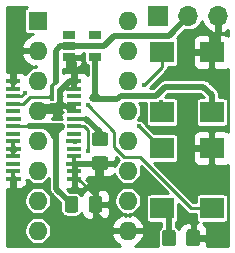
<source format=gbr>
G04 #@! TF.GenerationSoftware,KiCad,Pcbnew,(5.1.5)-3*
G04 #@! TF.CreationDate,2020-06-21T14:40:10-04:00*
G04 #@! TF.ProjectId,8701Duo,38373031-4475-46f2-9e6b-696361645f70,rev?*
G04 #@! TF.SameCoordinates,Original*
G04 #@! TF.FileFunction,Copper,L1,Top*
G04 #@! TF.FilePolarity,Positive*
%FSLAX46Y46*%
G04 Gerber Fmt 4.6, Leading zero omitted, Abs format (unit mm)*
G04 Created by KiCad (PCBNEW (5.1.5)-3) date 2020-06-21 14:40:10*
%MOMM*%
%LPD*%
G04 APERTURE LIST*
%ADD10C,0.100000*%
%ADD11R,1.700000X1.700000*%
%ADD12O,1.700000X1.700000*%
%ADD13R,1.200000X0.400000*%
%ADD14R,1.600000X1.600000*%
%ADD15O,1.600000X1.600000*%
%ADD16R,2.000000X1.800000*%
%ADD17R,1.060000X0.650000*%
%ADD18C,0.400000*%
%ADD19C,0.350000*%
%ADD20C,0.539000*%
%ADD21C,0.275000*%
%ADD22C,0.250000*%
%ADD23C,0.239000*%
G04 APERTURE END LIST*
G04 #@! TA.AperFunction,SMDPad,CuDef*
D10*
G36*
X87025005Y-72460204D02*
G01*
X87049273Y-72463804D01*
X87073072Y-72469765D01*
X87096171Y-72478030D01*
X87118350Y-72488520D01*
X87139393Y-72501132D01*
X87159099Y-72515747D01*
X87177277Y-72532223D01*
X87193753Y-72550401D01*
X87208368Y-72570107D01*
X87220980Y-72591150D01*
X87231470Y-72613329D01*
X87239735Y-72636428D01*
X87245696Y-72660227D01*
X87249296Y-72684495D01*
X87250500Y-72708999D01*
X87250500Y-73359001D01*
X87249296Y-73383505D01*
X87245696Y-73407773D01*
X87239735Y-73431572D01*
X87231470Y-73454671D01*
X87220980Y-73476850D01*
X87208368Y-73497893D01*
X87193753Y-73517599D01*
X87177277Y-73535777D01*
X87159099Y-73552253D01*
X87139393Y-73566868D01*
X87118350Y-73579480D01*
X87096171Y-73589970D01*
X87073072Y-73598235D01*
X87049273Y-73604196D01*
X87025005Y-73607796D01*
X87000501Y-73609000D01*
X86100499Y-73609000D01*
X86075995Y-73607796D01*
X86051727Y-73604196D01*
X86027928Y-73598235D01*
X86004829Y-73589970D01*
X85982650Y-73579480D01*
X85961607Y-73566868D01*
X85941901Y-73552253D01*
X85923723Y-73535777D01*
X85907247Y-73517599D01*
X85892632Y-73497893D01*
X85880020Y-73476850D01*
X85869530Y-73454671D01*
X85861265Y-73431572D01*
X85855304Y-73407773D01*
X85851704Y-73383505D01*
X85850500Y-73359001D01*
X85850500Y-72708999D01*
X85851704Y-72684495D01*
X85855304Y-72660227D01*
X85861265Y-72636428D01*
X85869530Y-72613329D01*
X85880020Y-72591150D01*
X85892632Y-72570107D01*
X85907247Y-72550401D01*
X85923723Y-72532223D01*
X85941901Y-72515747D01*
X85961607Y-72501132D01*
X85982650Y-72488520D01*
X86004829Y-72478030D01*
X86027928Y-72469765D01*
X86051727Y-72463804D01*
X86075995Y-72460204D01*
X86100499Y-72459000D01*
X87000501Y-72459000D01*
X87025005Y-72460204D01*
G37*
G04 #@! TD.AperFunction*
G04 #@! TA.AperFunction,SMDPad,CuDef*
G36*
X87025005Y-70410204D02*
G01*
X87049273Y-70413804D01*
X87073072Y-70419765D01*
X87096171Y-70428030D01*
X87118350Y-70438520D01*
X87139393Y-70451132D01*
X87159099Y-70465747D01*
X87177277Y-70482223D01*
X87193753Y-70500401D01*
X87208368Y-70520107D01*
X87220980Y-70541150D01*
X87231470Y-70563329D01*
X87239735Y-70586428D01*
X87245696Y-70610227D01*
X87249296Y-70634495D01*
X87250500Y-70658999D01*
X87250500Y-71309001D01*
X87249296Y-71333505D01*
X87245696Y-71357773D01*
X87239735Y-71381572D01*
X87231470Y-71404671D01*
X87220980Y-71426850D01*
X87208368Y-71447893D01*
X87193753Y-71467599D01*
X87177277Y-71485777D01*
X87159099Y-71502253D01*
X87139393Y-71516868D01*
X87118350Y-71529480D01*
X87096171Y-71539970D01*
X87073072Y-71548235D01*
X87049273Y-71554196D01*
X87025005Y-71557796D01*
X87000501Y-71559000D01*
X86100499Y-71559000D01*
X86075995Y-71557796D01*
X86051727Y-71554196D01*
X86027928Y-71548235D01*
X86004829Y-71539970D01*
X85982650Y-71529480D01*
X85961607Y-71516868D01*
X85941901Y-71502253D01*
X85923723Y-71485777D01*
X85907247Y-71467599D01*
X85892632Y-71447893D01*
X85880020Y-71426850D01*
X85869530Y-71404671D01*
X85861265Y-71381572D01*
X85855304Y-71357773D01*
X85851704Y-71333505D01*
X85850500Y-71309001D01*
X85850500Y-70658999D01*
X85851704Y-70634495D01*
X85855304Y-70610227D01*
X85861265Y-70586428D01*
X85869530Y-70563329D01*
X85880020Y-70541150D01*
X85892632Y-70520107D01*
X85907247Y-70500401D01*
X85923723Y-70482223D01*
X85941901Y-70465747D01*
X85961607Y-70451132D01*
X85982650Y-70438520D01*
X86004829Y-70428030D01*
X86027928Y-70419765D01*
X86051727Y-70413804D01*
X86075995Y-70410204D01*
X86100499Y-70409000D01*
X87000501Y-70409000D01*
X87025005Y-70410204D01*
G37*
G04 #@! TD.AperFunction*
D11*
X91503500Y-60579000D03*
D12*
X94043500Y-60579000D03*
X96583500Y-60579000D03*
D13*
X79188000Y-66103500D03*
X79188000Y-66738500D03*
X79188000Y-67373500D03*
X79188000Y-68008500D03*
X79188000Y-68643500D03*
X79188000Y-69278500D03*
X79188000Y-69913500D03*
X79188000Y-70548500D03*
X79188000Y-71183500D03*
X79188000Y-71818500D03*
X79188000Y-72453500D03*
X79188000Y-73088500D03*
X79188000Y-73723500D03*
X79188000Y-74358500D03*
X84388000Y-74358500D03*
X84388000Y-73723500D03*
X84388000Y-73088500D03*
X84388000Y-72453500D03*
X84388000Y-71818500D03*
X84388000Y-71183500D03*
X84388000Y-70548500D03*
X84388000Y-69913500D03*
X84388000Y-69278500D03*
X84388000Y-68643500D03*
X84388000Y-68008500D03*
X84388000Y-67373500D03*
X84388000Y-66738500D03*
X84388000Y-66103500D03*
D14*
X81280000Y-60960000D03*
D15*
X88900000Y-78740000D03*
X81280000Y-63500000D03*
X88900000Y-76200000D03*
X81280000Y-66040000D03*
X88900000Y-73660000D03*
X81280000Y-68580000D03*
X88900000Y-71120000D03*
X81280000Y-71120000D03*
X88900000Y-68580000D03*
X81280000Y-73660000D03*
X88900000Y-66040000D03*
X81280000Y-76200000D03*
X88900000Y-63500000D03*
X81280000Y-78740000D03*
X88900000Y-60960000D03*
G04 #@! TA.AperFunction,SMDPad,CuDef*
D10*
G36*
X84478005Y-75818704D02*
G01*
X84502273Y-75822304D01*
X84526072Y-75828265D01*
X84549171Y-75836530D01*
X84571350Y-75847020D01*
X84592393Y-75859632D01*
X84612099Y-75874247D01*
X84630277Y-75890723D01*
X84646753Y-75908901D01*
X84661368Y-75928607D01*
X84673980Y-75949650D01*
X84684470Y-75971829D01*
X84692735Y-75994928D01*
X84698696Y-76018727D01*
X84702296Y-76042995D01*
X84703500Y-76067499D01*
X84703500Y-76967501D01*
X84702296Y-76992005D01*
X84698696Y-77016273D01*
X84692735Y-77040072D01*
X84684470Y-77063171D01*
X84673980Y-77085350D01*
X84661368Y-77106393D01*
X84646753Y-77126099D01*
X84630277Y-77144277D01*
X84612099Y-77160753D01*
X84592393Y-77175368D01*
X84571350Y-77187980D01*
X84549171Y-77198470D01*
X84526072Y-77206735D01*
X84502273Y-77212696D01*
X84478005Y-77216296D01*
X84453501Y-77217500D01*
X83803499Y-77217500D01*
X83778995Y-77216296D01*
X83754727Y-77212696D01*
X83730928Y-77206735D01*
X83707829Y-77198470D01*
X83685650Y-77187980D01*
X83664607Y-77175368D01*
X83644901Y-77160753D01*
X83626723Y-77144277D01*
X83610247Y-77126099D01*
X83595632Y-77106393D01*
X83583020Y-77085350D01*
X83572530Y-77063171D01*
X83564265Y-77040072D01*
X83558304Y-77016273D01*
X83554704Y-76992005D01*
X83553500Y-76967501D01*
X83553500Y-76067499D01*
X83554704Y-76042995D01*
X83558304Y-76018727D01*
X83564265Y-75994928D01*
X83572530Y-75971829D01*
X83583020Y-75949650D01*
X83595632Y-75928607D01*
X83610247Y-75908901D01*
X83626723Y-75890723D01*
X83644901Y-75874247D01*
X83664607Y-75859632D01*
X83685650Y-75847020D01*
X83707829Y-75836530D01*
X83730928Y-75828265D01*
X83754727Y-75822304D01*
X83778995Y-75818704D01*
X83803499Y-75817500D01*
X84453501Y-75817500D01*
X84478005Y-75818704D01*
G37*
G04 #@! TD.AperFunction*
G04 #@! TA.AperFunction,SMDPad,CuDef*
G36*
X86528005Y-75818704D02*
G01*
X86552273Y-75822304D01*
X86576072Y-75828265D01*
X86599171Y-75836530D01*
X86621350Y-75847020D01*
X86642393Y-75859632D01*
X86662099Y-75874247D01*
X86680277Y-75890723D01*
X86696753Y-75908901D01*
X86711368Y-75928607D01*
X86723980Y-75949650D01*
X86734470Y-75971829D01*
X86742735Y-75994928D01*
X86748696Y-76018727D01*
X86752296Y-76042995D01*
X86753500Y-76067499D01*
X86753500Y-76967501D01*
X86752296Y-76992005D01*
X86748696Y-77016273D01*
X86742735Y-77040072D01*
X86734470Y-77063171D01*
X86723980Y-77085350D01*
X86711368Y-77106393D01*
X86696753Y-77126099D01*
X86680277Y-77144277D01*
X86662099Y-77160753D01*
X86642393Y-77175368D01*
X86621350Y-77187980D01*
X86599171Y-77198470D01*
X86576072Y-77206735D01*
X86552273Y-77212696D01*
X86528005Y-77216296D01*
X86503501Y-77217500D01*
X85853499Y-77217500D01*
X85828995Y-77216296D01*
X85804727Y-77212696D01*
X85780928Y-77206735D01*
X85757829Y-77198470D01*
X85735650Y-77187980D01*
X85714607Y-77175368D01*
X85694901Y-77160753D01*
X85676723Y-77144277D01*
X85660247Y-77126099D01*
X85645632Y-77106393D01*
X85633020Y-77085350D01*
X85622530Y-77063171D01*
X85614265Y-77040072D01*
X85608304Y-77016273D01*
X85604704Y-76992005D01*
X85603500Y-76967501D01*
X85603500Y-76067499D01*
X85604704Y-76042995D01*
X85608304Y-76018727D01*
X85614265Y-75994928D01*
X85622530Y-75971829D01*
X85633020Y-75949650D01*
X85645632Y-75928607D01*
X85660247Y-75908901D01*
X85676723Y-75890723D01*
X85694901Y-75874247D01*
X85714607Y-75859632D01*
X85735650Y-75847020D01*
X85757829Y-75836530D01*
X85780928Y-75828265D01*
X85804727Y-75822304D01*
X85828995Y-75818704D01*
X85853499Y-75817500D01*
X86503501Y-75817500D01*
X86528005Y-75818704D01*
G37*
G04 #@! TD.AperFunction*
D16*
X91816500Y-76835000D03*
X91816500Y-71755000D03*
X96016500Y-71755000D03*
X96016500Y-76835000D03*
X96016500Y-68707000D03*
X96016500Y-63627000D03*
X91816500Y-63627000D03*
X91816500Y-68707000D03*
G04 #@! TA.AperFunction,SMDPad,CuDef*
D10*
G36*
X94783005Y-78676204D02*
G01*
X94807273Y-78679804D01*
X94831072Y-78685765D01*
X94854171Y-78694030D01*
X94876350Y-78704520D01*
X94897393Y-78717132D01*
X94917099Y-78731747D01*
X94935277Y-78748223D01*
X94951753Y-78766401D01*
X94966368Y-78786107D01*
X94978980Y-78807150D01*
X94989470Y-78829329D01*
X94997735Y-78852428D01*
X95003696Y-78876227D01*
X95007296Y-78900495D01*
X95008500Y-78924999D01*
X95008500Y-79825001D01*
X95007296Y-79849505D01*
X95003696Y-79873773D01*
X94997735Y-79897572D01*
X94989470Y-79920671D01*
X94978980Y-79942850D01*
X94966368Y-79963893D01*
X94951753Y-79983599D01*
X94935277Y-80001777D01*
X94917099Y-80018253D01*
X94897393Y-80032868D01*
X94876350Y-80045480D01*
X94854171Y-80055970D01*
X94831072Y-80064235D01*
X94807273Y-80070196D01*
X94783005Y-80073796D01*
X94758501Y-80075000D01*
X94108499Y-80075000D01*
X94083995Y-80073796D01*
X94059727Y-80070196D01*
X94035928Y-80064235D01*
X94012829Y-80055970D01*
X93990650Y-80045480D01*
X93969607Y-80032868D01*
X93949901Y-80018253D01*
X93931723Y-80001777D01*
X93915247Y-79983599D01*
X93900632Y-79963893D01*
X93888020Y-79942850D01*
X93877530Y-79920671D01*
X93869265Y-79897572D01*
X93863304Y-79873773D01*
X93859704Y-79849505D01*
X93858500Y-79825001D01*
X93858500Y-78924999D01*
X93859704Y-78900495D01*
X93863304Y-78876227D01*
X93869265Y-78852428D01*
X93877530Y-78829329D01*
X93888020Y-78807150D01*
X93900632Y-78786107D01*
X93915247Y-78766401D01*
X93931723Y-78748223D01*
X93949901Y-78731747D01*
X93969607Y-78717132D01*
X93990650Y-78704520D01*
X94012829Y-78694030D01*
X94035928Y-78685765D01*
X94059727Y-78679804D01*
X94083995Y-78676204D01*
X94108499Y-78675000D01*
X94758501Y-78675000D01*
X94783005Y-78676204D01*
G37*
G04 #@! TD.AperFunction*
G04 #@! TA.AperFunction,SMDPad,CuDef*
G36*
X92733005Y-78676204D02*
G01*
X92757273Y-78679804D01*
X92781072Y-78685765D01*
X92804171Y-78694030D01*
X92826350Y-78704520D01*
X92847393Y-78717132D01*
X92867099Y-78731747D01*
X92885277Y-78748223D01*
X92901753Y-78766401D01*
X92916368Y-78786107D01*
X92928980Y-78807150D01*
X92939470Y-78829329D01*
X92947735Y-78852428D01*
X92953696Y-78876227D01*
X92957296Y-78900495D01*
X92958500Y-78924999D01*
X92958500Y-79825001D01*
X92957296Y-79849505D01*
X92953696Y-79873773D01*
X92947735Y-79897572D01*
X92939470Y-79920671D01*
X92928980Y-79942850D01*
X92916368Y-79963893D01*
X92901753Y-79983599D01*
X92885277Y-80001777D01*
X92867099Y-80018253D01*
X92847393Y-80032868D01*
X92826350Y-80045480D01*
X92804171Y-80055970D01*
X92781072Y-80064235D01*
X92757273Y-80070196D01*
X92733005Y-80073796D01*
X92708501Y-80075000D01*
X92058499Y-80075000D01*
X92033995Y-80073796D01*
X92009727Y-80070196D01*
X91985928Y-80064235D01*
X91962829Y-80055970D01*
X91940650Y-80045480D01*
X91919607Y-80032868D01*
X91899901Y-80018253D01*
X91881723Y-80001777D01*
X91865247Y-79983599D01*
X91850632Y-79963893D01*
X91838020Y-79942850D01*
X91827530Y-79920671D01*
X91819265Y-79897572D01*
X91813304Y-79873773D01*
X91809704Y-79849505D01*
X91808500Y-79825001D01*
X91808500Y-78924999D01*
X91809704Y-78900495D01*
X91813304Y-78876227D01*
X91819265Y-78852428D01*
X91827530Y-78829329D01*
X91838020Y-78807150D01*
X91850632Y-78786107D01*
X91865247Y-78766401D01*
X91881723Y-78748223D01*
X91899901Y-78731747D01*
X91919607Y-78717132D01*
X91940650Y-78704520D01*
X91962829Y-78694030D01*
X91985928Y-78685765D01*
X92009727Y-78679804D01*
X92033995Y-78676204D01*
X92058499Y-78675000D01*
X92708501Y-78675000D01*
X92733005Y-78676204D01*
G37*
G04 #@! TD.AperFunction*
D17*
X83926500Y-62169000D03*
X83926500Y-63119000D03*
X83926500Y-64069000D03*
X86126500Y-64069000D03*
X86126500Y-62169000D03*
D18*
X84518500Y-70548500D03*
X95313500Y-72136000D03*
X94170500Y-78803500D03*
X79692500Y-69278500D03*
X85407500Y-69278500D03*
X91725750Y-67849750D03*
X92392500Y-76263500D03*
X86487000Y-62103000D03*
X83883500Y-73088500D03*
X79692500Y-74358500D03*
X79692500Y-71818500D03*
X79057500Y-66103500D03*
X83883500Y-66738500D03*
X83883500Y-71183500D03*
X95313500Y-63309500D03*
X86233000Y-76454000D03*
X86106000Y-73088500D03*
X82486500Y-67564000D03*
X85534500Y-68135500D03*
X80200500Y-67056000D03*
X83375500Y-69913500D03*
X90297000Y-66421000D03*
X89852500Y-69913500D03*
X85852000Y-67564000D03*
X85534500Y-72009000D03*
D19*
X85338000Y-69278500D02*
X84388000Y-69278500D01*
X85407500Y-69278500D02*
X85338000Y-69278500D01*
D20*
X92383500Y-77148000D02*
X91816500Y-76581000D01*
X92383500Y-79184500D02*
X92383500Y-77148000D01*
X86550500Y-70421500D02*
X85407500Y-69278500D01*
X86550500Y-70984000D02*
X86550500Y-70421500D01*
D19*
X79188000Y-66738500D02*
X79188000Y-66103500D01*
X84388000Y-68008500D02*
X84388000Y-68643500D01*
X84388000Y-72453500D02*
X84388000Y-74358500D01*
X79188000Y-71183500D02*
X79188000Y-72453500D01*
X79188000Y-73723500D02*
X79188000Y-74358500D01*
D20*
X81534000Y-68326000D02*
X81280000Y-68580000D01*
D19*
X84201000Y-68195500D02*
X84388000Y-68008500D01*
X84201000Y-68326000D02*
X84201000Y-68195500D01*
X84201000Y-68456500D02*
X84388000Y-68643500D01*
X84201000Y-68326000D02*
X84201000Y-68456500D01*
D20*
X86496000Y-73088500D02*
X86550500Y-73034000D01*
X84388000Y-73088500D02*
X86106000Y-73088500D01*
X83926500Y-64069000D02*
X83944500Y-64069000D01*
X83944500Y-64069000D02*
X84391500Y-64516000D01*
X84391500Y-64516000D02*
X84388000Y-64519500D01*
X84388000Y-64519500D02*
X84388000Y-66103500D01*
X84388000Y-66544500D02*
X84391500Y-66548000D01*
X84388000Y-66170500D02*
X84388000Y-66548000D01*
D19*
X84391500Y-66484500D02*
X84388000Y-66738500D01*
D20*
X83185000Y-66931398D02*
X83185000Y-68072000D01*
X84388000Y-66103500D02*
X84012898Y-66103500D01*
X84201000Y-68326000D02*
X83185000Y-68072000D01*
X84012898Y-66103500D02*
X83185000Y-66931398D01*
X83185000Y-68072000D02*
X81534000Y-68326000D01*
D21*
X84719500Y-74358500D02*
X84388000Y-74358500D01*
X86178500Y-75817500D02*
X84719500Y-74358500D01*
X86178500Y-76517500D02*
X86178500Y-75817500D01*
X86178500Y-73406000D02*
X86550500Y-73034000D01*
X86178500Y-76517500D02*
X86178500Y-73406000D01*
X87768630Y-78740000D02*
X88900000Y-78740000D01*
X87701000Y-78740000D02*
X87768630Y-78740000D01*
X86178500Y-77217500D02*
X87701000Y-78740000D01*
X86178500Y-76517500D02*
X86178500Y-77217500D01*
D20*
X86106000Y-73088500D02*
X86496000Y-73088500D01*
X96583500Y-63060000D02*
X96016500Y-63627000D01*
X96583500Y-60579000D02*
X96583500Y-63060000D01*
D22*
X79188000Y-68008500D02*
X79438500Y-68008500D01*
X79188000Y-68008500D02*
X79375000Y-68008500D01*
X80038000Y-68008500D02*
X80609500Y-67437000D01*
X79188000Y-68008500D02*
X80038000Y-68008500D01*
X80609500Y-67437000D02*
X81915000Y-67437000D01*
X81915000Y-67437000D02*
X82105500Y-67437000D01*
X82105500Y-67437000D02*
X82359500Y-67437000D01*
X82359500Y-67437000D02*
X82486500Y-67564000D01*
X82486500Y-67564000D02*
X82486500Y-67564000D01*
X82486500Y-67281158D02*
X82486500Y-67564000D01*
D21*
X88618997Y-72522499D02*
X89921499Y-72522499D01*
X87762499Y-71666001D02*
X88618997Y-72522499D01*
X85534500Y-68135500D02*
X87762499Y-70363499D01*
X87762499Y-70363499D02*
X87762499Y-71666001D01*
X94234000Y-76835000D02*
X96016500Y-76835000D01*
X89921499Y-72522499D02*
X94234000Y-76835000D01*
D20*
X84995500Y-63119000D02*
X83926500Y-63119000D01*
X87766101Y-62229501D02*
X86876602Y-63119000D01*
X92392999Y-62229501D02*
X87766101Y-62229501D01*
X86876602Y-63119000D02*
X84995500Y-63119000D01*
X94043500Y-60579000D02*
X92392999Y-62229501D01*
X83926500Y-63119000D02*
X83176398Y-63119000D01*
X83176398Y-63119000D02*
X83176398Y-63127602D01*
X83176398Y-63127602D02*
X82804000Y-63500000D01*
X82804000Y-63500000D02*
X82804000Y-64770000D01*
X82804000Y-64770000D02*
X82804000Y-66167000D01*
D19*
X82804000Y-66167000D02*
X82480994Y-66490006D01*
X82480994Y-67315506D02*
X82359500Y-67437000D01*
X82480994Y-67113994D02*
X82480994Y-67528217D01*
X82480994Y-67113994D02*
X82480994Y-67315506D01*
X82480994Y-66490006D02*
X82480994Y-67113994D01*
D22*
X79883000Y-67373500D02*
X80200500Y-67056000D01*
X79188000Y-67373500D02*
X79883000Y-67373500D01*
D21*
X82042000Y-69913500D02*
X82359500Y-69913500D01*
X82359500Y-69913500D02*
X82359500Y-69913500D01*
X82359500Y-69913500D02*
X83375500Y-69913500D01*
X83375500Y-69913500D02*
X83375500Y-69913500D01*
X83375500Y-69913500D02*
X83175501Y-70113499D01*
X84128500Y-76517500D02*
X84128500Y-76508500D01*
D20*
X81889361Y-69850499D02*
X80581001Y-69850499D01*
X82549501Y-70611501D02*
X82549501Y-70510639D01*
X82867500Y-75184000D02*
X82867500Y-70929500D01*
X84128500Y-76517500D02*
X84128500Y-76445000D01*
X82867500Y-70929500D02*
X82549501Y-70611501D01*
X84128500Y-76445000D02*
X82867500Y-75184000D01*
D21*
X79188000Y-69913500D02*
X80518000Y-69913500D01*
D20*
X80581001Y-69850499D02*
X80518000Y-69913500D01*
X82549501Y-70510639D02*
X81889361Y-69850499D01*
X81851500Y-69913500D02*
X83318499Y-69913500D01*
D21*
X81851500Y-69913500D02*
X82042000Y-69913500D01*
X80518000Y-69913500D02*
X81851500Y-69913500D01*
D20*
X83318499Y-69970501D02*
X83318499Y-69913500D01*
X82867500Y-70929500D02*
X82867500Y-70421500D01*
X82867500Y-70421500D02*
X83318499Y-69970501D01*
D21*
X91816500Y-64901500D02*
X91816500Y-63627000D01*
X90297000Y-66421000D02*
X91816500Y-64901500D01*
X91816500Y-71755000D02*
X91694000Y-71755000D01*
X91694000Y-71755000D02*
X90614500Y-70675500D01*
X90614500Y-70675500D02*
X89852500Y-69913500D01*
X89852500Y-69913500D02*
X89852500Y-69913500D01*
D19*
X86051999Y-67364001D02*
X85852000Y-67564000D01*
D20*
X86126500Y-67289500D02*
X85902931Y-67513069D01*
X86126500Y-64069000D02*
X86126500Y-67289500D01*
X86149000Y-67289500D02*
X86487000Y-67627500D01*
X86126500Y-67289500D02*
X86149000Y-67289500D01*
X86017362Y-67627500D02*
X85902931Y-67513069D01*
X86487000Y-67627500D02*
X86017362Y-67627500D01*
X95313500Y-66548000D02*
X96016500Y-67251000D01*
X91274139Y-67310499D02*
X92036638Y-66548000D01*
X87973638Y-67627500D02*
X88290639Y-67310499D01*
X86487000Y-67627500D02*
X87973638Y-67627500D01*
X96016500Y-67251000D02*
X96016500Y-68707000D01*
X88290639Y-67310499D02*
X91274139Y-67310499D01*
X92036638Y-66548000D02*
X95313500Y-66548000D01*
D21*
X85534500Y-72009000D02*
X85512990Y-71987490D01*
X85512990Y-71733490D02*
X85534500Y-71755000D01*
X85512990Y-70265988D02*
X85512990Y-71733490D01*
X85534500Y-71755000D02*
X85534500Y-72009000D01*
X84388000Y-69913500D02*
X85160502Y-69913500D01*
X85160502Y-69913500D02*
X85512990Y-70265988D01*
D23*
G36*
X96718000Y-60444500D02*
G01*
X96738000Y-60444500D01*
X96738000Y-60713500D01*
X96718000Y-60713500D01*
X96718000Y-61892758D01*
X96946516Y-62011210D01*
X97077357Y-61971525D01*
X97339536Y-61848421D01*
X97406500Y-61799047D01*
X97406500Y-62235304D01*
X97366807Y-62202728D01*
X97257796Y-62144461D01*
X97139511Y-62108580D01*
X97016500Y-62096464D01*
X96307875Y-62099500D01*
X96151000Y-62256375D01*
X96151000Y-63492500D01*
X96171000Y-63492500D01*
X96171000Y-63761500D01*
X96151000Y-63761500D01*
X96151000Y-64997625D01*
X96307875Y-65154500D01*
X97016500Y-65157536D01*
X97139511Y-65145420D01*
X97257796Y-65109539D01*
X97366807Y-65051272D01*
X97406500Y-65018696D01*
X97406501Y-70363304D01*
X97366807Y-70330728D01*
X97257796Y-70272461D01*
X97139511Y-70236580D01*
X97016500Y-70224464D01*
X96307875Y-70227500D01*
X96151000Y-70384375D01*
X96151000Y-71620500D01*
X96171000Y-71620500D01*
X96171000Y-71889500D01*
X96151000Y-71889500D01*
X96151000Y-73125625D01*
X96307875Y-73282500D01*
X97016500Y-73285536D01*
X97139511Y-73273420D01*
X97257796Y-73237539D01*
X97366807Y-73179272D01*
X97406501Y-73146696D01*
X97406501Y-80007500D01*
X95638534Y-80007500D01*
X95636000Y-79666375D01*
X95479125Y-79509500D01*
X94568000Y-79509500D01*
X94568000Y-79529500D01*
X94299000Y-79529500D01*
X94299000Y-79509500D01*
X94279000Y-79509500D01*
X94279000Y-79240500D01*
X94299000Y-79240500D01*
X94299000Y-78204375D01*
X94142125Y-78047500D01*
X93858500Y-78044464D01*
X93735489Y-78056580D01*
X93617204Y-78092461D01*
X93508193Y-78150728D01*
X93412644Y-78229144D01*
X93334228Y-78324693D01*
X93275961Y-78433704D01*
X93240080Y-78551989D01*
X93233490Y-78618897D01*
X93215891Y-78585972D01*
X93140001Y-78493499D01*
X93047528Y-78417609D01*
X93011500Y-78398351D01*
X93011500Y-78037269D01*
X93016635Y-78034524D01*
X93071224Y-77989724D01*
X93116024Y-77935135D01*
X93149313Y-77872856D01*
X93169812Y-77805278D01*
X93176734Y-77735000D01*
X93176734Y-76479183D01*
X93866049Y-77168498D01*
X93881579Y-77187421D01*
X93957104Y-77249404D01*
X94043271Y-77295461D01*
X94104318Y-77313979D01*
X94136766Y-77323822D01*
X94146981Y-77324828D01*
X94209644Y-77331000D01*
X94209650Y-77331000D01*
X94233999Y-77333398D01*
X94258348Y-77331000D01*
X94656266Y-77331000D01*
X94656266Y-77735000D01*
X94663188Y-77805278D01*
X94683687Y-77872856D01*
X94716976Y-77935135D01*
X94761776Y-77989724D01*
X94816365Y-78034524D01*
X94838368Y-78046285D01*
X94724875Y-78047500D01*
X94568000Y-78204375D01*
X94568000Y-79240500D01*
X95479125Y-79240500D01*
X95636000Y-79083625D01*
X95639036Y-78675000D01*
X95626920Y-78551989D01*
X95591039Y-78433704D01*
X95532772Y-78324693D01*
X95454356Y-78229144D01*
X95358807Y-78150728D01*
X95254984Y-78095234D01*
X97016500Y-78095234D01*
X97086778Y-78088312D01*
X97154356Y-78067813D01*
X97216635Y-78034524D01*
X97271224Y-77989724D01*
X97316024Y-77935135D01*
X97349313Y-77872856D01*
X97369812Y-77805278D01*
X97376734Y-77735000D01*
X97376734Y-75935000D01*
X97369812Y-75864722D01*
X97349313Y-75797144D01*
X97316024Y-75734865D01*
X97271224Y-75680276D01*
X97216635Y-75635476D01*
X97154356Y-75602187D01*
X97086778Y-75581688D01*
X97016500Y-75574766D01*
X95016500Y-75574766D01*
X94946222Y-75581688D01*
X94878644Y-75602187D01*
X94816365Y-75635476D01*
X94761776Y-75680276D01*
X94716976Y-75734865D01*
X94683687Y-75797144D01*
X94663188Y-75864722D01*
X94656266Y-75935000D01*
X94656266Y-76339000D01*
X94439449Y-76339000D01*
X91115683Y-73015234D01*
X92816500Y-73015234D01*
X92886778Y-73008312D01*
X92954356Y-72987813D01*
X93016635Y-72954524D01*
X93071224Y-72909724D01*
X93116024Y-72855135D01*
X93149313Y-72792856D01*
X93169812Y-72725278D01*
X93176734Y-72655000D01*
X94385964Y-72655000D01*
X94398080Y-72778011D01*
X94433961Y-72896296D01*
X94492228Y-73005307D01*
X94570644Y-73100856D01*
X94666193Y-73179272D01*
X94775204Y-73237539D01*
X94893489Y-73273420D01*
X95016500Y-73285536D01*
X95725125Y-73282500D01*
X95882000Y-73125625D01*
X95882000Y-71889500D01*
X94545875Y-71889500D01*
X94389000Y-72046375D01*
X94385964Y-72655000D01*
X93176734Y-72655000D01*
X93176734Y-70855000D01*
X94385964Y-70855000D01*
X94389000Y-71463625D01*
X94545875Y-71620500D01*
X95882000Y-71620500D01*
X95882000Y-70384375D01*
X95725125Y-70227500D01*
X95016500Y-70224464D01*
X94893489Y-70236580D01*
X94775204Y-70272461D01*
X94666193Y-70330728D01*
X94570644Y-70409144D01*
X94492228Y-70504693D01*
X94433961Y-70613704D01*
X94398080Y-70731989D01*
X94385964Y-70855000D01*
X93176734Y-70855000D01*
X93169812Y-70784722D01*
X93149313Y-70717144D01*
X93116024Y-70654865D01*
X93071224Y-70600276D01*
X93016635Y-70555476D01*
X92954356Y-70522187D01*
X92886778Y-70501688D01*
X92816500Y-70494766D01*
X91135215Y-70494766D01*
X90982451Y-70342002D01*
X90982447Y-70341997D01*
X90388473Y-69748024D01*
X90347436Y-69648951D01*
X90286315Y-69557477D01*
X90208523Y-69479685D01*
X90117049Y-69418564D01*
X90015408Y-69376463D01*
X89907507Y-69355000D01*
X89797493Y-69355000D01*
X89754891Y-69363474D01*
X89799865Y-69318500D01*
X89926649Y-69128755D01*
X90013979Y-68917922D01*
X90058500Y-68694102D01*
X90058500Y-68465898D01*
X90013979Y-68242078D01*
X89926649Y-68031245D01*
X89864678Y-67938499D01*
X90456266Y-67938499D01*
X90456266Y-69607000D01*
X90463188Y-69677278D01*
X90483687Y-69744856D01*
X90516976Y-69807135D01*
X90561776Y-69861724D01*
X90616365Y-69906524D01*
X90678644Y-69939813D01*
X90746222Y-69960312D01*
X90816500Y-69967234D01*
X92816500Y-69967234D01*
X92886778Y-69960312D01*
X92954356Y-69939813D01*
X93016635Y-69906524D01*
X93071224Y-69861724D01*
X93116024Y-69807135D01*
X93149313Y-69744856D01*
X93169812Y-69677278D01*
X93176734Y-69607000D01*
X93176734Y-67807000D01*
X93169812Y-67736722D01*
X93149313Y-67669144D01*
X93116024Y-67606865D01*
X93071224Y-67552276D01*
X93016635Y-67507476D01*
X92954356Y-67474187D01*
X92886778Y-67453688D01*
X92816500Y-67446766D01*
X92112604Y-67446766D01*
X92081773Y-67415935D01*
X92066820Y-67405944D01*
X92296764Y-67176000D01*
X95053375Y-67176000D01*
X95324140Y-67446766D01*
X95016500Y-67446766D01*
X94946222Y-67453688D01*
X94878644Y-67474187D01*
X94816365Y-67507476D01*
X94761776Y-67552276D01*
X94716976Y-67606865D01*
X94683687Y-67669144D01*
X94663188Y-67736722D01*
X94656266Y-67807000D01*
X94656266Y-69607000D01*
X94663188Y-69677278D01*
X94683687Y-69744856D01*
X94716976Y-69807135D01*
X94761776Y-69861724D01*
X94816365Y-69906524D01*
X94878644Y-69939813D01*
X94946222Y-69960312D01*
X95016500Y-69967234D01*
X97016500Y-69967234D01*
X97086778Y-69960312D01*
X97154356Y-69939813D01*
X97216635Y-69906524D01*
X97271224Y-69861724D01*
X97316024Y-69807135D01*
X97349313Y-69744856D01*
X97369812Y-69677278D01*
X97376734Y-69607000D01*
X97376734Y-67807000D01*
X97369812Y-67736722D01*
X97349313Y-67669144D01*
X97316024Y-67606865D01*
X97271224Y-67552276D01*
X97216635Y-67507476D01*
X97154356Y-67474187D01*
X97086778Y-67453688D01*
X97016500Y-67446766D01*
X96644500Y-67446766D01*
X96644500Y-67281835D01*
X96647537Y-67250999D01*
X96644500Y-67220163D01*
X96644500Y-67220154D01*
X96635413Y-67127891D01*
X96599503Y-67009512D01*
X96541189Y-66900414D01*
X96495404Y-66844625D01*
X96482374Y-66828748D01*
X96482373Y-66828747D01*
X96462711Y-66804789D01*
X96438754Y-66785128D01*
X95779377Y-66125752D01*
X95759711Y-66101789D01*
X95664086Y-66023311D01*
X95554988Y-65964997D01*
X95436609Y-65929087D01*
X95344346Y-65920000D01*
X95344336Y-65920000D01*
X95313500Y-65916963D01*
X95282664Y-65920000D01*
X92067473Y-65920000D01*
X92036637Y-65916963D01*
X92005801Y-65920000D01*
X92005792Y-65920000D01*
X91913529Y-65929087D01*
X91795150Y-65964997D01*
X91686052Y-66023311D01*
X91686050Y-66023312D01*
X91686051Y-66023312D01*
X91638402Y-66062417D01*
X91590427Y-66101789D01*
X91570765Y-66125747D01*
X91014014Y-66682499D01*
X90793199Y-66682499D01*
X90832973Y-66586476D01*
X92150003Y-65269447D01*
X92168921Y-65253921D01*
X92230904Y-65178396D01*
X92276961Y-65092229D01*
X92289385Y-65051272D01*
X92305323Y-64998733D01*
X92310265Y-64948548D01*
X92312500Y-64925856D01*
X92312500Y-64925851D01*
X92314898Y-64901500D01*
X92313493Y-64887234D01*
X92816500Y-64887234D01*
X92886778Y-64880312D01*
X92954356Y-64859813D01*
X93016635Y-64826524D01*
X93071224Y-64781724D01*
X93116024Y-64727135D01*
X93149313Y-64664856D01*
X93169812Y-64597278D01*
X93176734Y-64527000D01*
X94385964Y-64527000D01*
X94398080Y-64650011D01*
X94433961Y-64768296D01*
X94492228Y-64877307D01*
X94570644Y-64972856D01*
X94666193Y-65051272D01*
X94775204Y-65109539D01*
X94893489Y-65145420D01*
X95016500Y-65157536D01*
X95725125Y-65154500D01*
X95882000Y-64997625D01*
X95882000Y-63761500D01*
X94545875Y-63761500D01*
X94389000Y-63918375D01*
X94385964Y-64527000D01*
X93176734Y-64527000D01*
X93176734Y-62727000D01*
X94385964Y-62727000D01*
X94389000Y-63335625D01*
X94545875Y-63492500D01*
X95882000Y-63492500D01*
X95882000Y-62256375D01*
X95725125Y-62099500D01*
X95016500Y-62096464D01*
X94893489Y-62108580D01*
X94775204Y-62144461D01*
X94666193Y-62202728D01*
X94570644Y-62281144D01*
X94492228Y-62376693D01*
X94433961Y-62485704D01*
X94398080Y-62603989D01*
X94385964Y-62727000D01*
X93176734Y-62727000D01*
X93169812Y-62656722D01*
X93149313Y-62589144D01*
X93116024Y-62526865D01*
X93071224Y-62472276D01*
X93053168Y-62457458D01*
X93756531Y-61754094D01*
X93924473Y-61787500D01*
X94162527Y-61787500D01*
X94396006Y-61741058D01*
X94615939Y-61649958D01*
X94813874Y-61517703D01*
X94982203Y-61349374D01*
X95114458Y-61151439D01*
X95174530Y-61006413D01*
X95249626Y-61214453D01*
X95399227Y-61462469D01*
X95594339Y-61676534D01*
X95827464Y-61848421D01*
X96089643Y-61971525D01*
X96220484Y-62011210D01*
X96449000Y-61892758D01*
X96449000Y-60713500D01*
X96429000Y-60713500D01*
X96429000Y-60444500D01*
X96449000Y-60444500D01*
X96449000Y-60424500D01*
X96718000Y-60424500D01*
X96718000Y-60444500D01*
G37*
X96718000Y-60444500D02*
X96738000Y-60444500D01*
X96738000Y-60713500D01*
X96718000Y-60713500D01*
X96718000Y-61892758D01*
X96946516Y-62011210D01*
X97077357Y-61971525D01*
X97339536Y-61848421D01*
X97406500Y-61799047D01*
X97406500Y-62235304D01*
X97366807Y-62202728D01*
X97257796Y-62144461D01*
X97139511Y-62108580D01*
X97016500Y-62096464D01*
X96307875Y-62099500D01*
X96151000Y-62256375D01*
X96151000Y-63492500D01*
X96171000Y-63492500D01*
X96171000Y-63761500D01*
X96151000Y-63761500D01*
X96151000Y-64997625D01*
X96307875Y-65154500D01*
X97016500Y-65157536D01*
X97139511Y-65145420D01*
X97257796Y-65109539D01*
X97366807Y-65051272D01*
X97406500Y-65018696D01*
X97406501Y-70363304D01*
X97366807Y-70330728D01*
X97257796Y-70272461D01*
X97139511Y-70236580D01*
X97016500Y-70224464D01*
X96307875Y-70227500D01*
X96151000Y-70384375D01*
X96151000Y-71620500D01*
X96171000Y-71620500D01*
X96171000Y-71889500D01*
X96151000Y-71889500D01*
X96151000Y-73125625D01*
X96307875Y-73282500D01*
X97016500Y-73285536D01*
X97139511Y-73273420D01*
X97257796Y-73237539D01*
X97366807Y-73179272D01*
X97406501Y-73146696D01*
X97406501Y-80007500D01*
X95638534Y-80007500D01*
X95636000Y-79666375D01*
X95479125Y-79509500D01*
X94568000Y-79509500D01*
X94568000Y-79529500D01*
X94299000Y-79529500D01*
X94299000Y-79509500D01*
X94279000Y-79509500D01*
X94279000Y-79240500D01*
X94299000Y-79240500D01*
X94299000Y-78204375D01*
X94142125Y-78047500D01*
X93858500Y-78044464D01*
X93735489Y-78056580D01*
X93617204Y-78092461D01*
X93508193Y-78150728D01*
X93412644Y-78229144D01*
X93334228Y-78324693D01*
X93275961Y-78433704D01*
X93240080Y-78551989D01*
X93233490Y-78618897D01*
X93215891Y-78585972D01*
X93140001Y-78493499D01*
X93047528Y-78417609D01*
X93011500Y-78398351D01*
X93011500Y-78037269D01*
X93016635Y-78034524D01*
X93071224Y-77989724D01*
X93116024Y-77935135D01*
X93149313Y-77872856D01*
X93169812Y-77805278D01*
X93176734Y-77735000D01*
X93176734Y-76479183D01*
X93866049Y-77168498D01*
X93881579Y-77187421D01*
X93957104Y-77249404D01*
X94043271Y-77295461D01*
X94104318Y-77313979D01*
X94136766Y-77323822D01*
X94146981Y-77324828D01*
X94209644Y-77331000D01*
X94209650Y-77331000D01*
X94233999Y-77333398D01*
X94258348Y-77331000D01*
X94656266Y-77331000D01*
X94656266Y-77735000D01*
X94663188Y-77805278D01*
X94683687Y-77872856D01*
X94716976Y-77935135D01*
X94761776Y-77989724D01*
X94816365Y-78034524D01*
X94838368Y-78046285D01*
X94724875Y-78047500D01*
X94568000Y-78204375D01*
X94568000Y-79240500D01*
X95479125Y-79240500D01*
X95636000Y-79083625D01*
X95639036Y-78675000D01*
X95626920Y-78551989D01*
X95591039Y-78433704D01*
X95532772Y-78324693D01*
X95454356Y-78229144D01*
X95358807Y-78150728D01*
X95254984Y-78095234D01*
X97016500Y-78095234D01*
X97086778Y-78088312D01*
X97154356Y-78067813D01*
X97216635Y-78034524D01*
X97271224Y-77989724D01*
X97316024Y-77935135D01*
X97349313Y-77872856D01*
X97369812Y-77805278D01*
X97376734Y-77735000D01*
X97376734Y-75935000D01*
X97369812Y-75864722D01*
X97349313Y-75797144D01*
X97316024Y-75734865D01*
X97271224Y-75680276D01*
X97216635Y-75635476D01*
X97154356Y-75602187D01*
X97086778Y-75581688D01*
X97016500Y-75574766D01*
X95016500Y-75574766D01*
X94946222Y-75581688D01*
X94878644Y-75602187D01*
X94816365Y-75635476D01*
X94761776Y-75680276D01*
X94716976Y-75734865D01*
X94683687Y-75797144D01*
X94663188Y-75864722D01*
X94656266Y-75935000D01*
X94656266Y-76339000D01*
X94439449Y-76339000D01*
X91115683Y-73015234D01*
X92816500Y-73015234D01*
X92886778Y-73008312D01*
X92954356Y-72987813D01*
X93016635Y-72954524D01*
X93071224Y-72909724D01*
X93116024Y-72855135D01*
X93149313Y-72792856D01*
X93169812Y-72725278D01*
X93176734Y-72655000D01*
X94385964Y-72655000D01*
X94398080Y-72778011D01*
X94433961Y-72896296D01*
X94492228Y-73005307D01*
X94570644Y-73100856D01*
X94666193Y-73179272D01*
X94775204Y-73237539D01*
X94893489Y-73273420D01*
X95016500Y-73285536D01*
X95725125Y-73282500D01*
X95882000Y-73125625D01*
X95882000Y-71889500D01*
X94545875Y-71889500D01*
X94389000Y-72046375D01*
X94385964Y-72655000D01*
X93176734Y-72655000D01*
X93176734Y-70855000D01*
X94385964Y-70855000D01*
X94389000Y-71463625D01*
X94545875Y-71620500D01*
X95882000Y-71620500D01*
X95882000Y-70384375D01*
X95725125Y-70227500D01*
X95016500Y-70224464D01*
X94893489Y-70236580D01*
X94775204Y-70272461D01*
X94666193Y-70330728D01*
X94570644Y-70409144D01*
X94492228Y-70504693D01*
X94433961Y-70613704D01*
X94398080Y-70731989D01*
X94385964Y-70855000D01*
X93176734Y-70855000D01*
X93169812Y-70784722D01*
X93149313Y-70717144D01*
X93116024Y-70654865D01*
X93071224Y-70600276D01*
X93016635Y-70555476D01*
X92954356Y-70522187D01*
X92886778Y-70501688D01*
X92816500Y-70494766D01*
X91135215Y-70494766D01*
X90982451Y-70342002D01*
X90982447Y-70341997D01*
X90388473Y-69748024D01*
X90347436Y-69648951D01*
X90286315Y-69557477D01*
X90208523Y-69479685D01*
X90117049Y-69418564D01*
X90015408Y-69376463D01*
X89907507Y-69355000D01*
X89797493Y-69355000D01*
X89754891Y-69363474D01*
X89799865Y-69318500D01*
X89926649Y-69128755D01*
X90013979Y-68917922D01*
X90058500Y-68694102D01*
X90058500Y-68465898D01*
X90013979Y-68242078D01*
X89926649Y-68031245D01*
X89864678Y-67938499D01*
X90456266Y-67938499D01*
X90456266Y-69607000D01*
X90463188Y-69677278D01*
X90483687Y-69744856D01*
X90516976Y-69807135D01*
X90561776Y-69861724D01*
X90616365Y-69906524D01*
X90678644Y-69939813D01*
X90746222Y-69960312D01*
X90816500Y-69967234D01*
X92816500Y-69967234D01*
X92886778Y-69960312D01*
X92954356Y-69939813D01*
X93016635Y-69906524D01*
X93071224Y-69861724D01*
X93116024Y-69807135D01*
X93149313Y-69744856D01*
X93169812Y-69677278D01*
X93176734Y-69607000D01*
X93176734Y-67807000D01*
X93169812Y-67736722D01*
X93149313Y-67669144D01*
X93116024Y-67606865D01*
X93071224Y-67552276D01*
X93016635Y-67507476D01*
X92954356Y-67474187D01*
X92886778Y-67453688D01*
X92816500Y-67446766D01*
X92112604Y-67446766D01*
X92081773Y-67415935D01*
X92066820Y-67405944D01*
X92296764Y-67176000D01*
X95053375Y-67176000D01*
X95324140Y-67446766D01*
X95016500Y-67446766D01*
X94946222Y-67453688D01*
X94878644Y-67474187D01*
X94816365Y-67507476D01*
X94761776Y-67552276D01*
X94716976Y-67606865D01*
X94683687Y-67669144D01*
X94663188Y-67736722D01*
X94656266Y-67807000D01*
X94656266Y-69607000D01*
X94663188Y-69677278D01*
X94683687Y-69744856D01*
X94716976Y-69807135D01*
X94761776Y-69861724D01*
X94816365Y-69906524D01*
X94878644Y-69939813D01*
X94946222Y-69960312D01*
X95016500Y-69967234D01*
X97016500Y-69967234D01*
X97086778Y-69960312D01*
X97154356Y-69939813D01*
X97216635Y-69906524D01*
X97271224Y-69861724D01*
X97316024Y-69807135D01*
X97349313Y-69744856D01*
X97369812Y-69677278D01*
X97376734Y-69607000D01*
X97376734Y-67807000D01*
X97369812Y-67736722D01*
X97349313Y-67669144D01*
X97316024Y-67606865D01*
X97271224Y-67552276D01*
X97216635Y-67507476D01*
X97154356Y-67474187D01*
X97086778Y-67453688D01*
X97016500Y-67446766D01*
X96644500Y-67446766D01*
X96644500Y-67281835D01*
X96647537Y-67250999D01*
X96644500Y-67220163D01*
X96644500Y-67220154D01*
X96635413Y-67127891D01*
X96599503Y-67009512D01*
X96541189Y-66900414D01*
X96495404Y-66844625D01*
X96482374Y-66828748D01*
X96482373Y-66828747D01*
X96462711Y-66804789D01*
X96438754Y-66785128D01*
X95779377Y-66125752D01*
X95759711Y-66101789D01*
X95664086Y-66023311D01*
X95554988Y-65964997D01*
X95436609Y-65929087D01*
X95344346Y-65920000D01*
X95344336Y-65920000D01*
X95313500Y-65916963D01*
X95282664Y-65920000D01*
X92067473Y-65920000D01*
X92036637Y-65916963D01*
X92005801Y-65920000D01*
X92005792Y-65920000D01*
X91913529Y-65929087D01*
X91795150Y-65964997D01*
X91686052Y-66023311D01*
X91686050Y-66023312D01*
X91686051Y-66023312D01*
X91638402Y-66062417D01*
X91590427Y-66101789D01*
X91570765Y-66125747D01*
X91014014Y-66682499D01*
X90793199Y-66682499D01*
X90832973Y-66586476D01*
X92150003Y-65269447D01*
X92168921Y-65253921D01*
X92230904Y-65178396D01*
X92276961Y-65092229D01*
X92289385Y-65051272D01*
X92305323Y-64998733D01*
X92310265Y-64948548D01*
X92312500Y-64925856D01*
X92312500Y-64925851D01*
X92314898Y-64901500D01*
X92313493Y-64887234D01*
X92816500Y-64887234D01*
X92886778Y-64880312D01*
X92954356Y-64859813D01*
X93016635Y-64826524D01*
X93071224Y-64781724D01*
X93116024Y-64727135D01*
X93149313Y-64664856D01*
X93169812Y-64597278D01*
X93176734Y-64527000D01*
X94385964Y-64527000D01*
X94398080Y-64650011D01*
X94433961Y-64768296D01*
X94492228Y-64877307D01*
X94570644Y-64972856D01*
X94666193Y-65051272D01*
X94775204Y-65109539D01*
X94893489Y-65145420D01*
X95016500Y-65157536D01*
X95725125Y-65154500D01*
X95882000Y-64997625D01*
X95882000Y-63761500D01*
X94545875Y-63761500D01*
X94389000Y-63918375D01*
X94385964Y-64527000D01*
X93176734Y-64527000D01*
X93176734Y-62727000D01*
X94385964Y-62727000D01*
X94389000Y-63335625D01*
X94545875Y-63492500D01*
X95882000Y-63492500D01*
X95882000Y-62256375D01*
X95725125Y-62099500D01*
X95016500Y-62096464D01*
X94893489Y-62108580D01*
X94775204Y-62144461D01*
X94666193Y-62202728D01*
X94570644Y-62281144D01*
X94492228Y-62376693D01*
X94433961Y-62485704D01*
X94398080Y-62603989D01*
X94385964Y-62727000D01*
X93176734Y-62727000D01*
X93169812Y-62656722D01*
X93149313Y-62589144D01*
X93116024Y-62526865D01*
X93071224Y-62472276D01*
X93053168Y-62457458D01*
X93756531Y-61754094D01*
X93924473Y-61787500D01*
X94162527Y-61787500D01*
X94396006Y-61741058D01*
X94615939Y-61649958D01*
X94813874Y-61517703D01*
X94982203Y-61349374D01*
X95114458Y-61151439D01*
X95174530Y-61006413D01*
X95249626Y-61214453D01*
X95399227Y-61462469D01*
X95594339Y-61676534D01*
X95827464Y-61848421D01*
X96089643Y-61971525D01*
X96220484Y-62011210D01*
X96449000Y-61892758D01*
X96449000Y-60713500D01*
X96429000Y-60713500D01*
X96429000Y-60444500D01*
X96449000Y-60444500D01*
X96449000Y-60424500D01*
X96718000Y-60424500D01*
X96718000Y-60444500D01*
G36*
X88158342Y-72763293D02*
G01*
X88000135Y-72921500D01*
X87873351Y-73111245D01*
X87811995Y-73259370D01*
X87721125Y-73168500D01*
X86685000Y-73168500D01*
X86685000Y-74079625D01*
X86841875Y-74236500D01*
X87250500Y-74239536D01*
X87373511Y-74227420D01*
X87491796Y-74191539D01*
X87600807Y-74133272D01*
X87696356Y-74054856D01*
X87774772Y-73959307D01*
X87777372Y-73954442D01*
X87786021Y-73997922D01*
X87873351Y-74208755D01*
X88000135Y-74398500D01*
X88161500Y-74559865D01*
X88351245Y-74686649D01*
X88562078Y-74773979D01*
X88785898Y-74818500D01*
X89014102Y-74818500D01*
X89237922Y-74773979D01*
X89448755Y-74686649D01*
X89638500Y-74559865D01*
X89799865Y-74398500D01*
X89926649Y-74208755D01*
X90013979Y-73997922D01*
X90058500Y-73774102D01*
X90058500Y-73545898D01*
X90013979Y-73322078D01*
X90009984Y-73312433D01*
X92272317Y-75574766D01*
X90816500Y-75574766D01*
X90746222Y-75581688D01*
X90678644Y-75602187D01*
X90616365Y-75635476D01*
X90561776Y-75680276D01*
X90516976Y-75734865D01*
X90483687Y-75797144D01*
X90463188Y-75864722D01*
X90456266Y-75935000D01*
X90456266Y-77735000D01*
X90463188Y-77805278D01*
X90483687Y-77872856D01*
X90516976Y-77935135D01*
X90561776Y-77989724D01*
X90616365Y-78034524D01*
X90678644Y-78067813D01*
X90746222Y-78088312D01*
X90816500Y-78095234D01*
X91755501Y-78095234D01*
X91755500Y-78398351D01*
X91719472Y-78417609D01*
X91626999Y-78493499D01*
X91551109Y-78585972D01*
X91494717Y-78691473D01*
X91459991Y-78805948D01*
X91448266Y-78924999D01*
X91448266Y-79825001D01*
X91459991Y-79944052D01*
X91479238Y-80007500D01*
X89549778Y-80007500D01*
X89757232Y-79881458D01*
X89963448Y-79692288D01*
X90128796Y-79466522D01*
X90246922Y-79212836D01*
X90282613Y-79095161D01*
X90163486Y-78874500D01*
X89034500Y-78874500D01*
X89034500Y-78894500D01*
X88765500Y-78894500D01*
X88765500Y-78874500D01*
X87636514Y-78874500D01*
X87517387Y-79095161D01*
X87553078Y-79212836D01*
X87671204Y-79466522D01*
X87836552Y-79692288D01*
X88042768Y-79881458D01*
X88250222Y-80007500D01*
X78679000Y-80007500D01*
X78679000Y-78625898D01*
X80121500Y-78625898D01*
X80121500Y-78854102D01*
X80166021Y-79077922D01*
X80253351Y-79288755D01*
X80380135Y-79478500D01*
X80541500Y-79639865D01*
X80731245Y-79766649D01*
X80942078Y-79853979D01*
X81165898Y-79898500D01*
X81394102Y-79898500D01*
X81617922Y-79853979D01*
X81828755Y-79766649D01*
X82018500Y-79639865D01*
X82179865Y-79478500D01*
X82306649Y-79288755D01*
X82393979Y-79077922D01*
X82438500Y-78854102D01*
X82438500Y-78625898D01*
X82393979Y-78402078D01*
X82386839Y-78384839D01*
X87517387Y-78384839D01*
X87636514Y-78605500D01*
X88765500Y-78605500D01*
X88765500Y-78585500D01*
X89034500Y-78585500D01*
X89034500Y-78605500D01*
X90163486Y-78605500D01*
X90282613Y-78384839D01*
X90246922Y-78267164D01*
X90128796Y-78013478D01*
X89963448Y-77787712D01*
X89757232Y-77598542D01*
X89518073Y-77453237D01*
X89255162Y-77357382D01*
X89034502Y-77475719D01*
X89034502Y-77354442D01*
X89237922Y-77313979D01*
X89448755Y-77226649D01*
X89638500Y-77099865D01*
X89799865Y-76938500D01*
X89926649Y-76748755D01*
X90013979Y-76537922D01*
X90058500Y-76314102D01*
X90058500Y-76085898D01*
X90013979Y-75862078D01*
X89926649Y-75651245D01*
X89799865Y-75461500D01*
X89638500Y-75300135D01*
X89448755Y-75173351D01*
X89237922Y-75086021D01*
X89014102Y-75041500D01*
X88785898Y-75041500D01*
X88562078Y-75086021D01*
X88351245Y-75173351D01*
X88161500Y-75300135D01*
X88000135Y-75461500D01*
X87873351Y-75651245D01*
X87786021Y-75862078D01*
X87741500Y-76085898D01*
X87741500Y-76314102D01*
X87786021Y-76537922D01*
X87873351Y-76748755D01*
X88000135Y-76938500D01*
X88161500Y-77099865D01*
X88351245Y-77226649D01*
X88562078Y-77313979D01*
X88765498Y-77354442D01*
X88765498Y-77475719D01*
X88544838Y-77357382D01*
X88281927Y-77453237D01*
X88042768Y-77598542D01*
X87836552Y-77787712D01*
X87671204Y-78013478D01*
X87553078Y-78267164D01*
X87517387Y-78384839D01*
X82386839Y-78384839D01*
X82306649Y-78191245D01*
X82179865Y-78001500D01*
X82018500Y-77840135D01*
X81828755Y-77713351D01*
X81617922Y-77626021D01*
X81394102Y-77581500D01*
X81165898Y-77581500D01*
X80942078Y-77626021D01*
X80731245Y-77713351D01*
X80541500Y-77840135D01*
X80380135Y-78001500D01*
X80253351Y-78191245D01*
X80166021Y-78402078D01*
X80121500Y-78625898D01*
X78679000Y-78625898D01*
X78679000Y-76085898D01*
X80121500Y-76085898D01*
X80121500Y-76314102D01*
X80166021Y-76537922D01*
X80253351Y-76748755D01*
X80380135Y-76938500D01*
X80541500Y-77099865D01*
X80731245Y-77226649D01*
X80942078Y-77313979D01*
X81165898Y-77358500D01*
X81394102Y-77358500D01*
X81617922Y-77313979D01*
X81828755Y-77226649D01*
X82018500Y-77099865D01*
X82179865Y-76938500D01*
X82306649Y-76748755D01*
X82393979Y-76537922D01*
X82438500Y-76314102D01*
X82438500Y-76085898D01*
X82393979Y-75862078D01*
X82306649Y-75651245D01*
X82179865Y-75461500D01*
X82018500Y-75300135D01*
X81828755Y-75173351D01*
X81617922Y-75086021D01*
X81394102Y-75041500D01*
X81165898Y-75041500D01*
X80942078Y-75086021D01*
X80731245Y-75173351D01*
X80541500Y-75300135D01*
X80380135Y-75461500D01*
X80253351Y-75651245D01*
X80166021Y-75862078D01*
X80121500Y-76085898D01*
X78679000Y-76085898D01*
X78679000Y-75188137D01*
X78896625Y-75186000D01*
X79053500Y-75029125D01*
X79053500Y-74439000D01*
X79033500Y-74439000D01*
X79033500Y-74414125D01*
X79053500Y-74394125D01*
X79053500Y-74204000D01*
X79322500Y-74204000D01*
X79322500Y-74394125D01*
X79342500Y-74414125D01*
X79342500Y-74439000D01*
X79322500Y-74439000D01*
X79322500Y-75029125D01*
X79479375Y-75186000D01*
X79775107Y-75188904D01*
X79898341Y-75179306D01*
X80017334Y-75145851D01*
X80127514Y-75089825D01*
X80224647Y-75013380D01*
X80304999Y-74919454D01*
X80365484Y-74811657D01*
X80403776Y-74694131D01*
X80415500Y-74595875D01*
X80312627Y-74493002D01*
X80415500Y-74493002D01*
X80415500Y-74433865D01*
X80541500Y-74559865D01*
X80731245Y-74686649D01*
X80942078Y-74773979D01*
X81165898Y-74818500D01*
X81394102Y-74818500D01*
X81617922Y-74773979D01*
X81828755Y-74686649D01*
X82018500Y-74559865D01*
X82179865Y-74398500D01*
X82239500Y-74309250D01*
X82239500Y-75153164D01*
X82236463Y-75184000D01*
X82239500Y-75214836D01*
X82239500Y-75214845D01*
X82248587Y-75307108D01*
X82284497Y-75425487D01*
X82342811Y-75534585D01*
X82421289Y-75630211D01*
X82445252Y-75649877D01*
X83193266Y-76397892D01*
X83193266Y-76967501D01*
X83204991Y-77086552D01*
X83239717Y-77201027D01*
X83296109Y-77306528D01*
X83371999Y-77399001D01*
X83464472Y-77474891D01*
X83569973Y-77531283D01*
X83684448Y-77566009D01*
X83803499Y-77577734D01*
X84453501Y-77577734D01*
X84572552Y-77566009D01*
X84687027Y-77531283D01*
X84792528Y-77474891D01*
X84885001Y-77399001D01*
X84960891Y-77306528D01*
X84978490Y-77273603D01*
X84985080Y-77340511D01*
X85020961Y-77458796D01*
X85079228Y-77567807D01*
X85157644Y-77663356D01*
X85253193Y-77741772D01*
X85362204Y-77800039D01*
X85480489Y-77835920D01*
X85603500Y-77848036D01*
X85887125Y-77845000D01*
X86044000Y-77688125D01*
X86044000Y-76652000D01*
X86313000Y-76652000D01*
X86313000Y-77688125D01*
X86469875Y-77845000D01*
X86753500Y-77848036D01*
X86876511Y-77835920D01*
X86994796Y-77800039D01*
X87103807Y-77741772D01*
X87199356Y-77663356D01*
X87277772Y-77567807D01*
X87336039Y-77458796D01*
X87371920Y-77340511D01*
X87384036Y-77217500D01*
X87381000Y-76808875D01*
X87224125Y-76652000D01*
X86313000Y-76652000D01*
X86044000Y-76652000D01*
X86024000Y-76652000D01*
X86024000Y-76383000D01*
X86044000Y-76383000D01*
X86044000Y-75346875D01*
X86313000Y-75346875D01*
X86313000Y-76383000D01*
X87224125Y-76383000D01*
X87381000Y-76226125D01*
X87384036Y-75817500D01*
X87371920Y-75694489D01*
X87336039Y-75576204D01*
X87277772Y-75467193D01*
X87199356Y-75371644D01*
X87103807Y-75293228D01*
X86994796Y-75234961D01*
X86876511Y-75199080D01*
X86753500Y-75186964D01*
X86469875Y-75190000D01*
X86313000Y-75346875D01*
X86044000Y-75346875D01*
X85887125Y-75190000D01*
X85603500Y-75186964D01*
X85480489Y-75199080D01*
X85362204Y-75234961D01*
X85253193Y-75293228D01*
X85157644Y-75371644D01*
X85079228Y-75467193D01*
X85020961Y-75576204D01*
X84985080Y-75694489D01*
X84978490Y-75761397D01*
X84960891Y-75728472D01*
X84885001Y-75635999D01*
X84792528Y-75560109D01*
X84687027Y-75503717D01*
X84572552Y-75468991D01*
X84453501Y-75457266D01*
X84028892Y-75457266D01*
X83757120Y-75185495D01*
X83800893Y-75188904D01*
X84096625Y-75186000D01*
X84253500Y-75029125D01*
X84253500Y-74439000D01*
X84233500Y-74439000D01*
X84233500Y-74414125D01*
X84253500Y-74394125D01*
X84253500Y-72934000D01*
X84522500Y-72934000D01*
X84522500Y-74394125D01*
X84567375Y-74439000D01*
X84522500Y-74439000D01*
X84522500Y-75029125D01*
X84679375Y-75186000D01*
X84975107Y-75188904D01*
X85098341Y-75179306D01*
X85217334Y-75145851D01*
X85327514Y-75089825D01*
X85424647Y-75013380D01*
X85504999Y-74919454D01*
X85565484Y-74811657D01*
X85603776Y-74694131D01*
X85615500Y-74595875D01*
X85458625Y-74439000D01*
X85347622Y-74439000D01*
X85424647Y-74378380D01*
X85504999Y-74284454D01*
X85565484Y-74176657D01*
X85567839Y-74169429D01*
X85609204Y-74191539D01*
X85727489Y-74227420D01*
X85850500Y-74239536D01*
X86259125Y-74236500D01*
X86416000Y-74079625D01*
X86416000Y-73168500D01*
X86396000Y-73168500D01*
X86396000Y-72899500D01*
X86416000Y-72899500D01*
X86416000Y-72879500D01*
X86685000Y-72879500D01*
X86685000Y-72899500D01*
X87721125Y-72899500D01*
X87878000Y-72742625D01*
X87880750Y-72485702D01*
X88158342Y-72763293D01*
G37*
X88158342Y-72763293D02*
X88000135Y-72921500D01*
X87873351Y-73111245D01*
X87811995Y-73259370D01*
X87721125Y-73168500D01*
X86685000Y-73168500D01*
X86685000Y-74079625D01*
X86841875Y-74236500D01*
X87250500Y-74239536D01*
X87373511Y-74227420D01*
X87491796Y-74191539D01*
X87600807Y-74133272D01*
X87696356Y-74054856D01*
X87774772Y-73959307D01*
X87777372Y-73954442D01*
X87786021Y-73997922D01*
X87873351Y-74208755D01*
X88000135Y-74398500D01*
X88161500Y-74559865D01*
X88351245Y-74686649D01*
X88562078Y-74773979D01*
X88785898Y-74818500D01*
X89014102Y-74818500D01*
X89237922Y-74773979D01*
X89448755Y-74686649D01*
X89638500Y-74559865D01*
X89799865Y-74398500D01*
X89926649Y-74208755D01*
X90013979Y-73997922D01*
X90058500Y-73774102D01*
X90058500Y-73545898D01*
X90013979Y-73322078D01*
X90009984Y-73312433D01*
X92272317Y-75574766D01*
X90816500Y-75574766D01*
X90746222Y-75581688D01*
X90678644Y-75602187D01*
X90616365Y-75635476D01*
X90561776Y-75680276D01*
X90516976Y-75734865D01*
X90483687Y-75797144D01*
X90463188Y-75864722D01*
X90456266Y-75935000D01*
X90456266Y-77735000D01*
X90463188Y-77805278D01*
X90483687Y-77872856D01*
X90516976Y-77935135D01*
X90561776Y-77989724D01*
X90616365Y-78034524D01*
X90678644Y-78067813D01*
X90746222Y-78088312D01*
X90816500Y-78095234D01*
X91755501Y-78095234D01*
X91755500Y-78398351D01*
X91719472Y-78417609D01*
X91626999Y-78493499D01*
X91551109Y-78585972D01*
X91494717Y-78691473D01*
X91459991Y-78805948D01*
X91448266Y-78924999D01*
X91448266Y-79825001D01*
X91459991Y-79944052D01*
X91479238Y-80007500D01*
X89549778Y-80007500D01*
X89757232Y-79881458D01*
X89963448Y-79692288D01*
X90128796Y-79466522D01*
X90246922Y-79212836D01*
X90282613Y-79095161D01*
X90163486Y-78874500D01*
X89034500Y-78874500D01*
X89034500Y-78894500D01*
X88765500Y-78894500D01*
X88765500Y-78874500D01*
X87636514Y-78874500D01*
X87517387Y-79095161D01*
X87553078Y-79212836D01*
X87671204Y-79466522D01*
X87836552Y-79692288D01*
X88042768Y-79881458D01*
X88250222Y-80007500D01*
X78679000Y-80007500D01*
X78679000Y-78625898D01*
X80121500Y-78625898D01*
X80121500Y-78854102D01*
X80166021Y-79077922D01*
X80253351Y-79288755D01*
X80380135Y-79478500D01*
X80541500Y-79639865D01*
X80731245Y-79766649D01*
X80942078Y-79853979D01*
X81165898Y-79898500D01*
X81394102Y-79898500D01*
X81617922Y-79853979D01*
X81828755Y-79766649D01*
X82018500Y-79639865D01*
X82179865Y-79478500D01*
X82306649Y-79288755D01*
X82393979Y-79077922D01*
X82438500Y-78854102D01*
X82438500Y-78625898D01*
X82393979Y-78402078D01*
X82386839Y-78384839D01*
X87517387Y-78384839D01*
X87636514Y-78605500D01*
X88765500Y-78605500D01*
X88765500Y-78585500D01*
X89034500Y-78585500D01*
X89034500Y-78605500D01*
X90163486Y-78605500D01*
X90282613Y-78384839D01*
X90246922Y-78267164D01*
X90128796Y-78013478D01*
X89963448Y-77787712D01*
X89757232Y-77598542D01*
X89518073Y-77453237D01*
X89255162Y-77357382D01*
X89034502Y-77475719D01*
X89034502Y-77354442D01*
X89237922Y-77313979D01*
X89448755Y-77226649D01*
X89638500Y-77099865D01*
X89799865Y-76938500D01*
X89926649Y-76748755D01*
X90013979Y-76537922D01*
X90058500Y-76314102D01*
X90058500Y-76085898D01*
X90013979Y-75862078D01*
X89926649Y-75651245D01*
X89799865Y-75461500D01*
X89638500Y-75300135D01*
X89448755Y-75173351D01*
X89237922Y-75086021D01*
X89014102Y-75041500D01*
X88785898Y-75041500D01*
X88562078Y-75086021D01*
X88351245Y-75173351D01*
X88161500Y-75300135D01*
X88000135Y-75461500D01*
X87873351Y-75651245D01*
X87786021Y-75862078D01*
X87741500Y-76085898D01*
X87741500Y-76314102D01*
X87786021Y-76537922D01*
X87873351Y-76748755D01*
X88000135Y-76938500D01*
X88161500Y-77099865D01*
X88351245Y-77226649D01*
X88562078Y-77313979D01*
X88765498Y-77354442D01*
X88765498Y-77475719D01*
X88544838Y-77357382D01*
X88281927Y-77453237D01*
X88042768Y-77598542D01*
X87836552Y-77787712D01*
X87671204Y-78013478D01*
X87553078Y-78267164D01*
X87517387Y-78384839D01*
X82386839Y-78384839D01*
X82306649Y-78191245D01*
X82179865Y-78001500D01*
X82018500Y-77840135D01*
X81828755Y-77713351D01*
X81617922Y-77626021D01*
X81394102Y-77581500D01*
X81165898Y-77581500D01*
X80942078Y-77626021D01*
X80731245Y-77713351D01*
X80541500Y-77840135D01*
X80380135Y-78001500D01*
X80253351Y-78191245D01*
X80166021Y-78402078D01*
X80121500Y-78625898D01*
X78679000Y-78625898D01*
X78679000Y-76085898D01*
X80121500Y-76085898D01*
X80121500Y-76314102D01*
X80166021Y-76537922D01*
X80253351Y-76748755D01*
X80380135Y-76938500D01*
X80541500Y-77099865D01*
X80731245Y-77226649D01*
X80942078Y-77313979D01*
X81165898Y-77358500D01*
X81394102Y-77358500D01*
X81617922Y-77313979D01*
X81828755Y-77226649D01*
X82018500Y-77099865D01*
X82179865Y-76938500D01*
X82306649Y-76748755D01*
X82393979Y-76537922D01*
X82438500Y-76314102D01*
X82438500Y-76085898D01*
X82393979Y-75862078D01*
X82306649Y-75651245D01*
X82179865Y-75461500D01*
X82018500Y-75300135D01*
X81828755Y-75173351D01*
X81617922Y-75086021D01*
X81394102Y-75041500D01*
X81165898Y-75041500D01*
X80942078Y-75086021D01*
X80731245Y-75173351D01*
X80541500Y-75300135D01*
X80380135Y-75461500D01*
X80253351Y-75651245D01*
X80166021Y-75862078D01*
X80121500Y-76085898D01*
X78679000Y-76085898D01*
X78679000Y-75188137D01*
X78896625Y-75186000D01*
X79053500Y-75029125D01*
X79053500Y-74439000D01*
X79033500Y-74439000D01*
X79033500Y-74414125D01*
X79053500Y-74394125D01*
X79053500Y-74204000D01*
X79322500Y-74204000D01*
X79322500Y-74394125D01*
X79342500Y-74414125D01*
X79342500Y-74439000D01*
X79322500Y-74439000D01*
X79322500Y-75029125D01*
X79479375Y-75186000D01*
X79775107Y-75188904D01*
X79898341Y-75179306D01*
X80017334Y-75145851D01*
X80127514Y-75089825D01*
X80224647Y-75013380D01*
X80304999Y-74919454D01*
X80365484Y-74811657D01*
X80403776Y-74694131D01*
X80415500Y-74595875D01*
X80312627Y-74493002D01*
X80415500Y-74493002D01*
X80415500Y-74433865D01*
X80541500Y-74559865D01*
X80731245Y-74686649D01*
X80942078Y-74773979D01*
X81165898Y-74818500D01*
X81394102Y-74818500D01*
X81617922Y-74773979D01*
X81828755Y-74686649D01*
X82018500Y-74559865D01*
X82179865Y-74398500D01*
X82239500Y-74309250D01*
X82239500Y-75153164D01*
X82236463Y-75184000D01*
X82239500Y-75214836D01*
X82239500Y-75214845D01*
X82248587Y-75307108D01*
X82284497Y-75425487D01*
X82342811Y-75534585D01*
X82421289Y-75630211D01*
X82445252Y-75649877D01*
X83193266Y-76397892D01*
X83193266Y-76967501D01*
X83204991Y-77086552D01*
X83239717Y-77201027D01*
X83296109Y-77306528D01*
X83371999Y-77399001D01*
X83464472Y-77474891D01*
X83569973Y-77531283D01*
X83684448Y-77566009D01*
X83803499Y-77577734D01*
X84453501Y-77577734D01*
X84572552Y-77566009D01*
X84687027Y-77531283D01*
X84792528Y-77474891D01*
X84885001Y-77399001D01*
X84960891Y-77306528D01*
X84978490Y-77273603D01*
X84985080Y-77340511D01*
X85020961Y-77458796D01*
X85079228Y-77567807D01*
X85157644Y-77663356D01*
X85253193Y-77741772D01*
X85362204Y-77800039D01*
X85480489Y-77835920D01*
X85603500Y-77848036D01*
X85887125Y-77845000D01*
X86044000Y-77688125D01*
X86044000Y-76652000D01*
X86313000Y-76652000D01*
X86313000Y-77688125D01*
X86469875Y-77845000D01*
X86753500Y-77848036D01*
X86876511Y-77835920D01*
X86994796Y-77800039D01*
X87103807Y-77741772D01*
X87199356Y-77663356D01*
X87277772Y-77567807D01*
X87336039Y-77458796D01*
X87371920Y-77340511D01*
X87384036Y-77217500D01*
X87381000Y-76808875D01*
X87224125Y-76652000D01*
X86313000Y-76652000D01*
X86044000Y-76652000D01*
X86024000Y-76652000D01*
X86024000Y-76383000D01*
X86044000Y-76383000D01*
X86044000Y-75346875D01*
X86313000Y-75346875D01*
X86313000Y-76383000D01*
X87224125Y-76383000D01*
X87381000Y-76226125D01*
X87384036Y-75817500D01*
X87371920Y-75694489D01*
X87336039Y-75576204D01*
X87277772Y-75467193D01*
X87199356Y-75371644D01*
X87103807Y-75293228D01*
X86994796Y-75234961D01*
X86876511Y-75199080D01*
X86753500Y-75186964D01*
X86469875Y-75190000D01*
X86313000Y-75346875D01*
X86044000Y-75346875D01*
X85887125Y-75190000D01*
X85603500Y-75186964D01*
X85480489Y-75199080D01*
X85362204Y-75234961D01*
X85253193Y-75293228D01*
X85157644Y-75371644D01*
X85079228Y-75467193D01*
X85020961Y-75576204D01*
X84985080Y-75694489D01*
X84978490Y-75761397D01*
X84960891Y-75728472D01*
X84885001Y-75635999D01*
X84792528Y-75560109D01*
X84687027Y-75503717D01*
X84572552Y-75468991D01*
X84453501Y-75457266D01*
X84028892Y-75457266D01*
X83757120Y-75185495D01*
X83800893Y-75188904D01*
X84096625Y-75186000D01*
X84253500Y-75029125D01*
X84253500Y-74439000D01*
X84233500Y-74439000D01*
X84233500Y-74414125D01*
X84253500Y-74394125D01*
X84253500Y-72934000D01*
X84522500Y-72934000D01*
X84522500Y-74394125D01*
X84567375Y-74439000D01*
X84522500Y-74439000D01*
X84522500Y-75029125D01*
X84679375Y-75186000D01*
X84975107Y-75188904D01*
X85098341Y-75179306D01*
X85217334Y-75145851D01*
X85327514Y-75089825D01*
X85424647Y-75013380D01*
X85504999Y-74919454D01*
X85565484Y-74811657D01*
X85603776Y-74694131D01*
X85615500Y-74595875D01*
X85458625Y-74439000D01*
X85347622Y-74439000D01*
X85424647Y-74378380D01*
X85504999Y-74284454D01*
X85565484Y-74176657D01*
X85567839Y-74169429D01*
X85609204Y-74191539D01*
X85727489Y-74227420D01*
X85850500Y-74239536D01*
X86259125Y-74236500D01*
X86416000Y-74079625D01*
X86416000Y-73168500D01*
X86396000Y-73168500D01*
X86396000Y-72899500D01*
X86416000Y-72899500D01*
X86416000Y-72879500D01*
X86685000Y-72879500D01*
X86685000Y-72899500D01*
X87721125Y-72899500D01*
X87878000Y-72742625D01*
X87880750Y-72485702D01*
X88158342Y-72763293D01*
G36*
X79322500Y-71973000D02*
G01*
X79053500Y-71973000D01*
X79053500Y-71664000D01*
X79322500Y-71664000D01*
X79322500Y-71973000D01*
G37*
X79322500Y-71973000D02*
X79053500Y-71973000D01*
X79053500Y-71664000D01*
X79322500Y-71664000D01*
X79322500Y-71973000D01*
G36*
X84542500Y-71258266D02*
G01*
X84233500Y-71258266D01*
X84233500Y-71108734D01*
X84542500Y-71108734D01*
X84542500Y-71258266D01*
G37*
X84542500Y-71258266D02*
X84233500Y-71258266D01*
X84233500Y-71108734D01*
X84542500Y-71108734D01*
X84542500Y-71258266D01*
G36*
X83271001Y-66664454D02*
G01*
X83351353Y-66758380D01*
X83428378Y-66819000D01*
X83317375Y-66819000D01*
X83160500Y-66975875D01*
X83172224Y-67074131D01*
X83210516Y-67191657D01*
X83271001Y-67299454D01*
X83334346Y-67373500D01*
X83271001Y-67447546D01*
X83210516Y-67555343D01*
X83172224Y-67672869D01*
X83160500Y-67771125D01*
X83317375Y-67928000D01*
X83428378Y-67928000D01*
X83351353Y-67988620D01*
X83271001Y-68082546D01*
X83210516Y-68190343D01*
X83207850Y-68198525D01*
X83160500Y-68245875D01*
X83170061Y-68326000D01*
X83160500Y-68406125D01*
X83207850Y-68453475D01*
X83210516Y-68461657D01*
X83271001Y-68569454D01*
X83351353Y-68663380D01*
X83428378Y-68724000D01*
X83317375Y-68724000D01*
X83160500Y-68880875D01*
X83172224Y-68979131D01*
X83210516Y-69096657D01*
X83271001Y-69204454D01*
X83339505Y-69284531D01*
X83318499Y-69282462D01*
X83287653Y-69285500D01*
X82518585Y-69285500D01*
X82626922Y-69052836D01*
X82662613Y-68935161D01*
X82543486Y-68714500D01*
X81414500Y-68714500D01*
X81414500Y-68734500D01*
X81145500Y-68734500D01*
X81145500Y-68714500D01*
X81125500Y-68714500D01*
X81125500Y-68445500D01*
X81145500Y-68445500D01*
X81145500Y-68425500D01*
X81414500Y-68425500D01*
X81414500Y-68445500D01*
X82543486Y-68445500D01*
X82662613Y-68224839D01*
X82626922Y-68107164D01*
X82626217Y-68105650D01*
X82649408Y-68101037D01*
X82751049Y-68058936D01*
X82842523Y-67997815D01*
X82920315Y-67920023D01*
X82981436Y-67828549D01*
X83023537Y-67726908D01*
X83045000Y-67619007D01*
X83045000Y-67508993D01*
X83023537Y-67401092D01*
X83014494Y-67379260D01*
X83014494Y-67341709D01*
X83017075Y-67315507D01*
X83014494Y-67289303D01*
X83014494Y-66759405D01*
X83045488Y-66750003D01*
X83154586Y-66691689D01*
X83244759Y-66617685D01*
X83271001Y-66664454D01*
G37*
X83271001Y-66664454D02*
X83351353Y-66758380D01*
X83428378Y-66819000D01*
X83317375Y-66819000D01*
X83160500Y-66975875D01*
X83172224Y-67074131D01*
X83210516Y-67191657D01*
X83271001Y-67299454D01*
X83334346Y-67373500D01*
X83271001Y-67447546D01*
X83210516Y-67555343D01*
X83172224Y-67672869D01*
X83160500Y-67771125D01*
X83317375Y-67928000D01*
X83428378Y-67928000D01*
X83351353Y-67988620D01*
X83271001Y-68082546D01*
X83210516Y-68190343D01*
X83207850Y-68198525D01*
X83160500Y-68245875D01*
X83170061Y-68326000D01*
X83160500Y-68406125D01*
X83207850Y-68453475D01*
X83210516Y-68461657D01*
X83271001Y-68569454D01*
X83351353Y-68663380D01*
X83428378Y-68724000D01*
X83317375Y-68724000D01*
X83160500Y-68880875D01*
X83172224Y-68979131D01*
X83210516Y-69096657D01*
X83271001Y-69204454D01*
X83339505Y-69284531D01*
X83318499Y-69282462D01*
X83287653Y-69285500D01*
X82518585Y-69285500D01*
X82626922Y-69052836D01*
X82662613Y-68935161D01*
X82543486Y-68714500D01*
X81414500Y-68714500D01*
X81414500Y-68734500D01*
X81145500Y-68734500D01*
X81145500Y-68714500D01*
X81125500Y-68714500D01*
X81125500Y-68445500D01*
X81145500Y-68445500D01*
X81145500Y-68425500D01*
X81414500Y-68425500D01*
X81414500Y-68445500D01*
X82543486Y-68445500D01*
X82662613Y-68224839D01*
X82626922Y-68107164D01*
X82626217Y-68105650D01*
X82649408Y-68101037D01*
X82751049Y-68058936D01*
X82842523Y-67997815D01*
X82920315Y-67920023D01*
X82981436Y-67828549D01*
X83023537Y-67726908D01*
X83045000Y-67619007D01*
X83045000Y-67508993D01*
X83023537Y-67401092D01*
X83014494Y-67379260D01*
X83014494Y-67341709D01*
X83017075Y-67315507D01*
X83014494Y-67289303D01*
X83014494Y-66759405D01*
X83045488Y-66750003D01*
X83154586Y-66691689D01*
X83244759Y-66617685D01*
X83271001Y-66664454D01*
G36*
X85236266Y-64394000D02*
G01*
X85243188Y-64464278D01*
X85263687Y-64531856D01*
X85296976Y-64594135D01*
X85341776Y-64648724D01*
X85396365Y-64693524D01*
X85458644Y-64726813D01*
X85498500Y-64738903D01*
X85498500Y-65534950D01*
X85424647Y-65448620D01*
X85327514Y-65372175D01*
X85217334Y-65316149D01*
X85098341Y-65282694D01*
X84975107Y-65273096D01*
X84679375Y-65276000D01*
X84522500Y-65432875D01*
X84522500Y-66023000D01*
X84542500Y-66023000D01*
X84542500Y-66047875D01*
X84522500Y-66067875D01*
X84522500Y-66258000D01*
X84253500Y-66258000D01*
X84253500Y-66067875D01*
X84233500Y-66047875D01*
X84233500Y-66023000D01*
X84253500Y-66023000D01*
X84253500Y-65432875D01*
X84096625Y-65276000D01*
X83800893Y-65273096D01*
X83677659Y-65282694D01*
X83558666Y-65316149D01*
X83448486Y-65372175D01*
X83432000Y-65385150D01*
X83432000Y-65024084D01*
X83635125Y-65021500D01*
X83792000Y-64864625D01*
X83792000Y-64203500D01*
X84061000Y-64203500D01*
X84061000Y-64864625D01*
X84217875Y-65021500D01*
X84456500Y-65024536D01*
X84579511Y-65012420D01*
X84697796Y-64976539D01*
X84806807Y-64918272D01*
X84902356Y-64839856D01*
X84980772Y-64744307D01*
X85039039Y-64635296D01*
X85074920Y-64517011D01*
X85087036Y-64394000D01*
X85084000Y-64360375D01*
X84927125Y-64203500D01*
X84061000Y-64203500D01*
X83792000Y-64203500D01*
X83772000Y-64203500D01*
X83772000Y-63934500D01*
X83792000Y-63934500D01*
X83792000Y-63914500D01*
X84061000Y-63914500D01*
X84061000Y-63934500D01*
X84927125Y-63934500D01*
X85084000Y-63777625D01*
X85086765Y-63747000D01*
X85236266Y-63747000D01*
X85236266Y-64394000D01*
G37*
X85236266Y-64394000D02*
X85243188Y-64464278D01*
X85263687Y-64531856D01*
X85296976Y-64594135D01*
X85341776Y-64648724D01*
X85396365Y-64693524D01*
X85458644Y-64726813D01*
X85498500Y-64738903D01*
X85498500Y-65534950D01*
X85424647Y-65448620D01*
X85327514Y-65372175D01*
X85217334Y-65316149D01*
X85098341Y-65282694D01*
X84975107Y-65273096D01*
X84679375Y-65276000D01*
X84522500Y-65432875D01*
X84522500Y-66023000D01*
X84542500Y-66023000D01*
X84542500Y-66047875D01*
X84522500Y-66067875D01*
X84522500Y-66258000D01*
X84253500Y-66258000D01*
X84253500Y-66067875D01*
X84233500Y-66047875D01*
X84233500Y-66023000D01*
X84253500Y-66023000D01*
X84253500Y-65432875D01*
X84096625Y-65276000D01*
X83800893Y-65273096D01*
X83677659Y-65282694D01*
X83558666Y-65316149D01*
X83448486Y-65372175D01*
X83432000Y-65385150D01*
X83432000Y-65024084D01*
X83635125Y-65021500D01*
X83792000Y-64864625D01*
X83792000Y-64203500D01*
X84061000Y-64203500D01*
X84061000Y-64864625D01*
X84217875Y-65021500D01*
X84456500Y-65024536D01*
X84579511Y-65012420D01*
X84697796Y-64976539D01*
X84806807Y-64918272D01*
X84902356Y-64839856D01*
X84980772Y-64744307D01*
X85039039Y-64635296D01*
X85074920Y-64517011D01*
X85087036Y-64394000D01*
X85084000Y-64360375D01*
X84927125Y-64203500D01*
X84061000Y-64203500D01*
X83792000Y-64203500D01*
X83772000Y-64203500D01*
X83772000Y-63934500D01*
X83792000Y-63934500D01*
X83792000Y-63914500D01*
X84061000Y-63914500D01*
X84061000Y-63934500D01*
X84927125Y-63934500D01*
X85084000Y-63777625D01*
X85086765Y-63747000D01*
X85236266Y-63747000D01*
X85236266Y-64394000D01*
G36*
X80342144Y-59827187D02*
G01*
X80279865Y-59860476D01*
X80225276Y-59905276D01*
X80180476Y-59959865D01*
X80147187Y-60022144D01*
X80126688Y-60089722D01*
X80119766Y-60160000D01*
X80119766Y-61760000D01*
X80126688Y-61830278D01*
X80147187Y-61897856D01*
X80180476Y-61960135D01*
X80225276Y-62014724D01*
X80279865Y-62059524D01*
X80342144Y-62092813D01*
X80409722Y-62113312D01*
X80480000Y-62120234D01*
X80917016Y-62120234D01*
X80661927Y-62213237D01*
X80422768Y-62358542D01*
X80216552Y-62547712D01*
X80051204Y-62773478D01*
X79933078Y-63027164D01*
X79897387Y-63144839D01*
X80016514Y-63365500D01*
X81145500Y-63365500D01*
X81145500Y-63345500D01*
X81414500Y-63345500D01*
X81414500Y-63365500D01*
X81434500Y-63365500D01*
X81434500Y-63634500D01*
X81414500Y-63634500D01*
X81414500Y-63654500D01*
X81145500Y-63654500D01*
X81145500Y-63634500D01*
X80016514Y-63634500D01*
X79897387Y-63855161D01*
X79933078Y-63972836D01*
X80051204Y-64226522D01*
X80216552Y-64452288D01*
X80422768Y-64641458D01*
X80661927Y-64786763D01*
X80924838Y-64882618D01*
X81145498Y-64764281D01*
X81145498Y-64885558D01*
X80942078Y-64926021D01*
X80731245Y-65013351D01*
X80541500Y-65140135D01*
X80380135Y-65301500D01*
X80256754Y-65486151D01*
X80224647Y-65448620D01*
X80127514Y-65372175D01*
X80017334Y-65316149D01*
X79898341Y-65282694D01*
X79775107Y-65273096D01*
X79479375Y-65276000D01*
X79322500Y-65432875D01*
X79322500Y-66023000D01*
X79342500Y-66023000D01*
X79342500Y-66047875D01*
X79322500Y-66067875D01*
X79322500Y-66258000D01*
X79053500Y-66258000D01*
X79053500Y-66067875D01*
X79033500Y-66047875D01*
X79033500Y-66023000D01*
X79053500Y-66023000D01*
X79053500Y-65432875D01*
X78896625Y-65276000D01*
X78679000Y-65273863D01*
X78679000Y-59819500D01*
X80367485Y-59819500D01*
X80342144Y-59827187D01*
G37*
X80342144Y-59827187D02*
X80279865Y-59860476D01*
X80225276Y-59905276D01*
X80180476Y-59959865D01*
X80147187Y-60022144D01*
X80126688Y-60089722D01*
X80119766Y-60160000D01*
X80119766Y-61760000D01*
X80126688Y-61830278D01*
X80147187Y-61897856D01*
X80180476Y-61960135D01*
X80225276Y-62014724D01*
X80279865Y-62059524D01*
X80342144Y-62092813D01*
X80409722Y-62113312D01*
X80480000Y-62120234D01*
X80917016Y-62120234D01*
X80661927Y-62213237D01*
X80422768Y-62358542D01*
X80216552Y-62547712D01*
X80051204Y-62773478D01*
X79933078Y-63027164D01*
X79897387Y-63144839D01*
X80016514Y-63365500D01*
X81145500Y-63365500D01*
X81145500Y-63345500D01*
X81414500Y-63345500D01*
X81414500Y-63365500D01*
X81434500Y-63365500D01*
X81434500Y-63634500D01*
X81414500Y-63634500D01*
X81414500Y-63654500D01*
X81145500Y-63654500D01*
X81145500Y-63634500D01*
X80016514Y-63634500D01*
X79897387Y-63855161D01*
X79933078Y-63972836D01*
X80051204Y-64226522D01*
X80216552Y-64452288D01*
X80422768Y-64641458D01*
X80661927Y-64786763D01*
X80924838Y-64882618D01*
X81145498Y-64764281D01*
X81145498Y-64885558D01*
X80942078Y-64926021D01*
X80731245Y-65013351D01*
X80541500Y-65140135D01*
X80380135Y-65301500D01*
X80256754Y-65486151D01*
X80224647Y-65448620D01*
X80127514Y-65372175D01*
X80017334Y-65316149D01*
X79898341Y-65282694D01*
X79775107Y-65273096D01*
X79479375Y-65276000D01*
X79322500Y-65432875D01*
X79322500Y-66023000D01*
X79342500Y-66023000D01*
X79342500Y-66047875D01*
X79322500Y-66067875D01*
X79322500Y-66258000D01*
X79053500Y-66258000D01*
X79053500Y-66067875D01*
X79033500Y-66047875D01*
X79033500Y-66023000D01*
X79053500Y-66023000D01*
X79053500Y-65432875D01*
X78896625Y-65276000D01*
X78679000Y-65273863D01*
X78679000Y-59819500D01*
X80367485Y-59819500D01*
X80342144Y-59827187D01*
M02*

</source>
